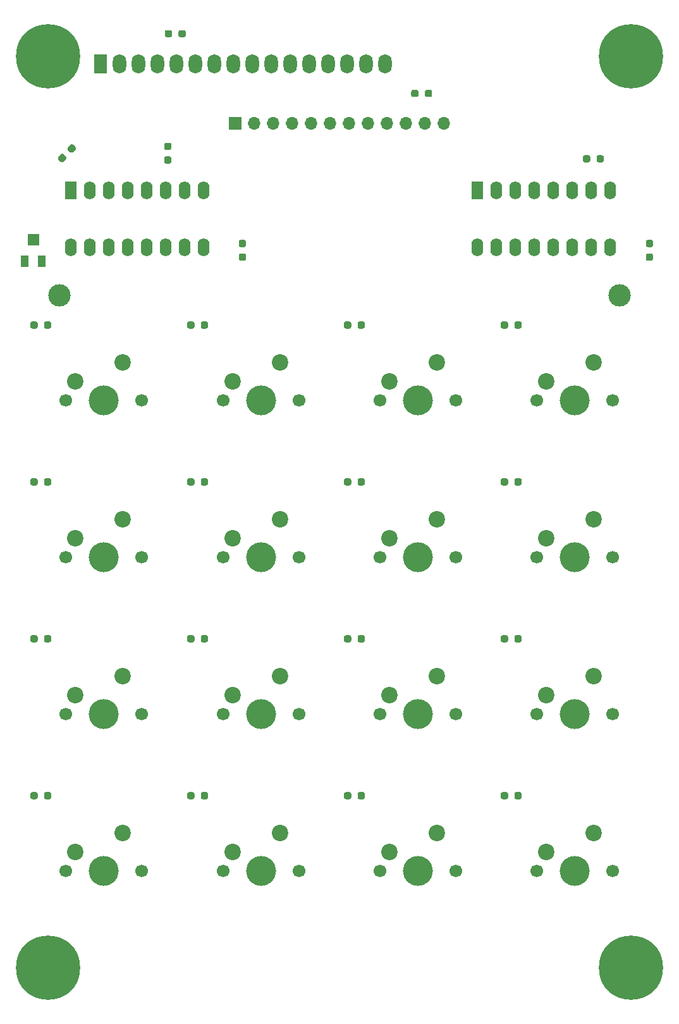
<source format=gbs>
G04 #@! TF.GenerationSoftware,KiCad,Pcbnew,5.1.9+dfsg1-1*
G04 #@! TF.CreationDate,2022-06-11T23:02:00-07:00*
G04 #@! TF.ProjectId,keypad,6b657970-6164-42e6-9b69-6361645f7063,rev?*
G04 #@! TF.SameCoordinates,Original*
G04 #@! TF.FileFunction,Soldermask,Bot*
G04 #@! TF.FilePolarity,Negative*
%FSLAX46Y46*%
G04 Gerber Fmt 4.6, Leading zero omitted, Abs format (unit mm)*
G04 Created by KiCad (PCBNEW 5.1.9+dfsg1-1) date 2022-06-11 23:02:00*
%MOMM*%
%LPD*%
G01*
G04 APERTURE LIST*
%ADD10R,1.700000X1.700000*%
%ADD11O,1.700000X1.700000*%
%ADD12R,1.600000X1.600000*%
%ADD13R,1.100000X1.600000*%
%ADD14C,8.600000*%
%ADD15C,0.900000*%
%ADD16R,1.600000X2.400000*%
%ADD17O,1.600000X2.400000*%
%ADD18C,2.200000*%
%ADD19C,4.000000*%
%ADD20C,1.700000*%
%ADD21R,1.800000X2.600000*%
%ADD22O,1.800000X2.600000*%
%ADD23C,3.000000*%
G04 APERTURE END LIST*
D10*
G04 #@! TO.C,J1*
X134000000Y-44000000D03*
D11*
X136540000Y-44000000D03*
X139080000Y-44000000D03*
X141620000Y-44000000D03*
X144160000Y-44000000D03*
X146700000Y-44000000D03*
X149240000Y-44000000D03*
X151780000Y-44000000D03*
X154320000Y-44000000D03*
X156860000Y-44000000D03*
X159400000Y-44000000D03*
X161940000Y-44000000D03*
G04 #@! TD*
D12*
G04 #@! TO.C,RV1*
X107000000Y-59550000D03*
D13*
X108150000Y-62450000D03*
X105850000Y-62450000D03*
G04 #@! TD*
D14*
G04 #@! TO.C,H1*
X187000000Y-157000000D03*
D15*
X190225000Y-157000000D03*
X189280419Y-159280419D03*
X187000000Y-160225000D03*
X184719581Y-159280419D03*
X183775000Y-157000000D03*
X184719581Y-154719581D03*
X187000000Y-153775000D03*
X189280419Y-154719581D03*
G04 #@! TD*
G04 #@! TO.C,H2*
X111280419Y-154719581D03*
X109000000Y-153775000D03*
X106719581Y-154719581D03*
X105775000Y-157000000D03*
X106719581Y-159280419D03*
X109000000Y-160225000D03*
X111280419Y-159280419D03*
X112225000Y-157000000D03*
D14*
X109000000Y-157000000D03*
G04 #@! TD*
D16*
G04 #@! TO.C,U2*
X112000000Y-53000000D03*
D17*
X129780000Y-60620000D03*
X114540000Y-53000000D03*
X127240000Y-60620000D03*
X117080000Y-53000000D03*
X124700000Y-60620000D03*
X119620000Y-53000000D03*
X122160000Y-60620000D03*
X122160000Y-53000000D03*
X119620000Y-60620000D03*
X124700000Y-53000000D03*
X117080000Y-60620000D03*
X127240000Y-53000000D03*
X114540000Y-60620000D03*
X129780000Y-53000000D03*
X112000000Y-60620000D03*
G04 #@! TD*
G04 #@! TO.C,U3*
X166500000Y-60620000D03*
X184280000Y-53000000D03*
X169040000Y-60620000D03*
X181740000Y-53000000D03*
X171580000Y-60620000D03*
X179200000Y-53000000D03*
X174120000Y-60620000D03*
X176660000Y-53000000D03*
X176660000Y-60620000D03*
X174120000Y-53000000D03*
X179200000Y-60620000D03*
X171580000Y-53000000D03*
X181740000Y-60620000D03*
X169040000Y-53000000D03*
X184280000Y-60620000D03*
D16*
X166500000Y-53000000D03*
G04 #@! TD*
D15*
G04 #@! TO.C,H3*
X189280419Y-32719581D03*
X187000000Y-31775000D03*
X184719581Y-32719581D03*
X183775000Y-35000000D03*
X184719581Y-37280419D03*
X187000000Y-38225000D03*
X189280419Y-37280419D03*
X190225000Y-35000000D03*
D14*
X187000000Y-35000000D03*
G04 #@! TD*
G04 #@! TO.C,H4*
X109000000Y-35000000D03*
D15*
X112225000Y-35000000D03*
X111280419Y-37280419D03*
X109000000Y-38225000D03*
X106719581Y-37280419D03*
X105775000Y-35000000D03*
X106719581Y-32719581D03*
X109000000Y-31775000D03*
X111280419Y-32719581D03*
G04 #@! TD*
G04 #@! TO.C,R1*
G36*
G01*
X108425000Y-71237500D02*
X108425000Y-70762500D01*
G75*
G02*
X108662500Y-70525000I237500J0D01*
G01*
X109162500Y-70525000D01*
G75*
G02*
X109400000Y-70762500I0J-237500D01*
G01*
X109400000Y-71237500D01*
G75*
G02*
X109162500Y-71475000I-237500J0D01*
G01*
X108662500Y-71475000D01*
G75*
G02*
X108425000Y-71237500I0J237500D01*
G01*
G37*
G36*
G01*
X106600000Y-71237500D02*
X106600000Y-70762500D01*
G75*
G02*
X106837500Y-70525000I237500J0D01*
G01*
X107337500Y-70525000D01*
G75*
G02*
X107575000Y-70762500I0J-237500D01*
G01*
X107575000Y-71237500D01*
G75*
G02*
X107337500Y-71475000I-237500J0D01*
G01*
X106837500Y-71475000D01*
G75*
G02*
X106600000Y-71237500I0J237500D01*
G01*
G37*
G04 #@! TD*
G04 #@! TO.C,R2*
G36*
G01*
X106600000Y-113237500D02*
X106600000Y-112762500D01*
G75*
G02*
X106837500Y-112525000I237500J0D01*
G01*
X107337500Y-112525000D01*
G75*
G02*
X107575000Y-112762500I0J-237500D01*
G01*
X107575000Y-113237500D01*
G75*
G02*
X107337500Y-113475000I-237500J0D01*
G01*
X106837500Y-113475000D01*
G75*
G02*
X106600000Y-113237500I0J237500D01*
G01*
G37*
G36*
G01*
X108425000Y-113237500D02*
X108425000Y-112762500D01*
G75*
G02*
X108662500Y-112525000I237500J0D01*
G01*
X109162500Y-112525000D01*
G75*
G02*
X109400000Y-112762500I0J-237500D01*
G01*
X109400000Y-113237500D01*
G75*
G02*
X109162500Y-113475000I-237500J0D01*
G01*
X108662500Y-113475000D01*
G75*
G02*
X108425000Y-113237500I0J237500D01*
G01*
G37*
G04 #@! TD*
G04 #@! TO.C,R3*
G36*
G01*
X148600000Y-71237500D02*
X148600000Y-70762500D01*
G75*
G02*
X148837500Y-70525000I237500J0D01*
G01*
X149337500Y-70525000D01*
G75*
G02*
X149575000Y-70762500I0J-237500D01*
G01*
X149575000Y-71237500D01*
G75*
G02*
X149337500Y-71475000I-237500J0D01*
G01*
X148837500Y-71475000D01*
G75*
G02*
X148600000Y-71237500I0J237500D01*
G01*
G37*
G36*
G01*
X150425000Y-71237500D02*
X150425000Y-70762500D01*
G75*
G02*
X150662500Y-70525000I237500J0D01*
G01*
X151162500Y-70525000D01*
G75*
G02*
X151400000Y-70762500I0J-237500D01*
G01*
X151400000Y-71237500D01*
G75*
G02*
X151162500Y-71475000I-237500J0D01*
G01*
X150662500Y-71475000D01*
G75*
G02*
X150425000Y-71237500I0J237500D01*
G01*
G37*
G04 #@! TD*
G04 #@! TO.C,R4*
G36*
G01*
X148600000Y-113237500D02*
X148600000Y-112762500D01*
G75*
G02*
X148837500Y-112525000I237500J0D01*
G01*
X149337500Y-112525000D01*
G75*
G02*
X149575000Y-112762500I0J-237500D01*
G01*
X149575000Y-113237500D01*
G75*
G02*
X149337500Y-113475000I-237500J0D01*
G01*
X148837500Y-113475000D01*
G75*
G02*
X148600000Y-113237500I0J237500D01*
G01*
G37*
G36*
G01*
X150425000Y-113237500D02*
X150425000Y-112762500D01*
G75*
G02*
X150662500Y-112525000I237500J0D01*
G01*
X151162500Y-112525000D01*
G75*
G02*
X151400000Y-112762500I0J-237500D01*
G01*
X151400000Y-113237500D01*
G75*
G02*
X151162500Y-113475000I-237500J0D01*
G01*
X150662500Y-113475000D01*
G75*
G02*
X150425000Y-113237500I0J237500D01*
G01*
G37*
G04 #@! TD*
G04 #@! TO.C,R5*
G36*
G01*
X127600000Y-71237500D02*
X127600000Y-70762500D01*
G75*
G02*
X127837500Y-70525000I237500J0D01*
G01*
X128337500Y-70525000D01*
G75*
G02*
X128575000Y-70762500I0J-237500D01*
G01*
X128575000Y-71237500D01*
G75*
G02*
X128337500Y-71475000I-237500J0D01*
G01*
X127837500Y-71475000D01*
G75*
G02*
X127600000Y-71237500I0J237500D01*
G01*
G37*
G36*
G01*
X129425000Y-71237500D02*
X129425000Y-70762500D01*
G75*
G02*
X129662500Y-70525000I237500J0D01*
G01*
X130162500Y-70525000D01*
G75*
G02*
X130400000Y-70762500I0J-237500D01*
G01*
X130400000Y-71237500D01*
G75*
G02*
X130162500Y-71475000I-237500J0D01*
G01*
X129662500Y-71475000D01*
G75*
G02*
X129425000Y-71237500I0J237500D01*
G01*
G37*
G04 #@! TD*
G04 #@! TO.C,R6*
G36*
G01*
X129425000Y-113237500D02*
X129425000Y-112762500D01*
G75*
G02*
X129662500Y-112525000I237500J0D01*
G01*
X130162500Y-112525000D01*
G75*
G02*
X130400000Y-112762500I0J-237500D01*
G01*
X130400000Y-113237500D01*
G75*
G02*
X130162500Y-113475000I-237500J0D01*
G01*
X129662500Y-113475000D01*
G75*
G02*
X129425000Y-113237500I0J237500D01*
G01*
G37*
G36*
G01*
X127600000Y-113237500D02*
X127600000Y-112762500D01*
G75*
G02*
X127837500Y-112525000I237500J0D01*
G01*
X128337500Y-112525000D01*
G75*
G02*
X128575000Y-112762500I0J-237500D01*
G01*
X128575000Y-113237500D01*
G75*
G02*
X128337500Y-113475000I-237500J0D01*
G01*
X127837500Y-113475000D01*
G75*
G02*
X127600000Y-113237500I0J237500D01*
G01*
G37*
G04 #@! TD*
G04 #@! TO.C,R7*
G36*
G01*
X169600000Y-71237500D02*
X169600000Y-70762500D01*
G75*
G02*
X169837500Y-70525000I237500J0D01*
G01*
X170337500Y-70525000D01*
G75*
G02*
X170575000Y-70762500I0J-237500D01*
G01*
X170575000Y-71237500D01*
G75*
G02*
X170337500Y-71475000I-237500J0D01*
G01*
X169837500Y-71475000D01*
G75*
G02*
X169600000Y-71237500I0J237500D01*
G01*
G37*
G36*
G01*
X171425000Y-71237500D02*
X171425000Y-70762500D01*
G75*
G02*
X171662500Y-70525000I237500J0D01*
G01*
X172162500Y-70525000D01*
G75*
G02*
X172400000Y-70762500I0J-237500D01*
G01*
X172400000Y-71237500D01*
G75*
G02*
X172162500Y-71475000I-237500J0D01*
G01*
X171662500Y-71475000D01*
G75*
G02*
X171425000Y-71237500I0J237500D01*
G01*
G37*
G04 #@! TD*
G04 #@! TO.C,R8*
G36*
G01*
X171425000Y-113237500D02*
X171425000Y-112762500D01*
G75*
G02*
X171662500Y-112525000I237500J0D01*
G01*
X172162500Y-112525000D01*
G75*
G02*
X172400000Y-112762500I0J-237500D01*
G01*
X172400000Y-113237500D01*
G75*
G02*
X172162500Y-113475000I-237500J0D01*
G01*
X171662500Y-113475000D01*
G75*
G02*
X171425000Y-113237500I0J237500D01*
G01*
G37*
G36*
G01*
X169600000Y-113237500D02*
X169600000Y-112762500D01*
G75*
G02*
X169837500Y-112525000I237500J0D01*
G01*
X170337500Y-112525000D01*
G75*
G02*
X170575000Y-112762500I0J-237500D01*
G01*
X170575000Y-113237500D01*
G75*
G02*
X170337500Y-113475000I-237500J0D01*
G01*
X169837500Y-113475000D01*
G75*
G02*
X169600000Y-113237500I0J237500D01*
G01*
G37*
G04 #@! TD*
G04 #@! TO.C,R9*
G36*
G01*
X108425000Y-92237500D02*
X108425000Y-91762500D01*
G75*
G02*
X108662500Y-91525000I237500J0D01*
G01*
X109162500Y-91525000D01*
G75*
G02*
X109400000Y-91762500I0J-237500D01*
G01*
X109400000Y-92237500D01*
G75*
G02*
X109162500Y-92475000I-237500J0D01*
G01*
X108662500Y-92475000D01*
G75*
G02*
X108425000Y-92237500I0J237500D01*
G01*
G37*
G36*
G01*
X106600000Y-92237500D02*
X106600000Y-91762500D01*
G75*
G02*
X106837500Y-91525000I237500J0D01*
G01*
X107337500Y-91525000D01*
G75*
G02*
X107575000Y-91762500I0J-237500D01*
G01*
X107575000Y-92237500D01*
G75*
G02*
X107337500Y-92475000I-237500J0D01*
G01*
X106837500Y-92475000D01*
G75*
G02*
X106600000Y-92237500I0J237500D01*
G01*
G37*
G04 #@! TD*
G04 #@! TO.C,R10*
G36*
G01*
X106600000Y-134237500D02*
X106600000Y-133762500D01*
G75*
G02*
X106837500Y-133525000I237500J0D01*
G01*
X107337500Y-133525000D01*
G75*
G02*
X107575000Y-133762500I0J-237500D01*
G01*
X107575000Y-134237500D01*
G75*
G02*
X107337500Y-134475000I-237500J0D01*
G01*
X106837500Y-134475000D01*
G75*
G02*
X106600000Y-134237500I0J237500D01*
G01*
G37*
G36*
G01*
X108425000Y-134237500D02*
X108425000Y-133762500D01*
G75*
G02*
X108662500Y-133525000I237500J0D01*
G01*
X109162500Y-133525000D01*
G75*
G02*
X109400000Y-133762500I0J-237500D01*
G01*
X109400000Y-134237500D01*
G75*
G02*
X109162500Y-134475000I-237500J0D01*
G01*
X108662500Y-134475000D01*
G75*
G02*
X108425000Y-134237500I0J237500D01*
G01*
G37*
G04 #@! TD*
G04 #@! TO.C,R11*
G36*
G01*
X150425000Y-92237500D02*
X150425000Y-91762500D01*
G75*
G02*
X150662500Y-91525000I237500J0D01*
G01*
X151162500Y-91525000D01*
G75*
G02*
X151400000Y-91762500I0J-237500D01*
G01*
X151400000Y-92237500D01*
G75*
G02*
X151162500Y-92475000I-237500J0D01*
G01*
X150662500Y-92475000D01*
G75*
G02*
X150425000Y-92237500I0J237500D01*
G01*
G37*
G36*
G01*
X148600000Y-92237500D02*
X148600000Y-91762500D01*
G75*
G02*
X148837500Y-91525000I237500J0D01*
G01*
X149337500Y-91525000D01*
G75*
G02*
X149575000Y-91762500I0J-237500D01*
G01*
X149575000Y-92237500D01*
G75*
G02*
X149337500Y-92475000I-237500J0D01*
G01*
X148837500Y-92475000D01*
G75*
G02*
X148600000Y-92237500I0J237500D01*
G01*
G37*
G04 #@! TD*
G04 #@! TO.C,R12*
G36*
G01*
X148600000Y-134237500D02*
X148600000Y-133762500D01*
G75*
G02*
X148837500Y-133525000I237500J0D01*
G01*
X149337500Y-133525000D01*
G75*
G02*
X149575000Y-133762500I0J-237500D01*
G01*
X149575000Y-134237500D01*
G75*
G02*
X149337500Y-134475000I-237500J0D01*
G01*
X148837500Y-134475000D01*
G75*
G02*
X148600000Y-134237500I0J237500D01*
G01*
G37*
G36*
G01*
X150425000Y-134237500D02*
X150425000Y-133762500D01*
G75*
G02*
X150662500Y-133525000I237500J0D01*
G01*
X151162500Y-133525000D01*
G75*
G02*
X151400000Y-133762500I0J-237500D01*
G01*
X151400000Y-134237500D01*
G75*
G02*
X151162500Y-134475000I-237500J0D01*
G01*
X150662500Y-134475000D01*
G75*
G02*
X150425000Y-134237500I0J237500D01*
G01*
G37*
G04 #@! TD*
G04 #@! TO.C,R13*
G36*
G01*
X127600000Y-92237500D02*
X127600000Y-91762500D01*
G75*
G02*
X127837500Y-91525000I237500J0D01*
G01*
X128337500Y-91525000D01*
G75*
G02*
X128575000Y-91762500I0J-237500D01*
G01*
X128575000Y-92237500D01*
G75*
G02*
X128337500Y-92475000I-237500J0D01*
G01*
X127837500Y-92475000D01*
G75*
G02*
X127600000Y-92237500I0J237500D01*
G01*
G37*
G36*
G01*
X129425000Y-92237500D02*
X129425000Y-91762500D01*
G75*
G02*
X129662500Y-91525000I237500J0D01*
G01*
X130162500Y-91525000D01*
G75*
G02*
X130400000Y-91762500I0J-237500D01*
G01*
X130400000Y-92237500D01*
G75*
G02*
X130162500Y-92475000I-237500J0D01*
G01*
X129662500Y-92475000D01*
G75*
G02*
X129425000Y-92237500I0J237500D01*
G01*
G37*
G04 #@! TD*
G04 #@! TO.C,R14*
G36*
G01*
X129425000Y-134237500D02*
X129425000Y-133762500D01*
G75*
G02*
X129662500Y-133525000I237500J0D01*
G01*
X130162500Y-133525000D01*
G75*
G02*
X130400000Y-133762500I0J-237500D01*
G01*
X130400000Y-134237500D01*
G75*
G02*
X130162500Y-134475000I-237500J0D01*
G01*
X129662500Y-134475000D01*
G75*
G02*
X129425000Y-134237500I0J237500D01*
G01*
G37*
G36*
G01*
X127600000Y-134237500D02*
X127600000Y-133762500D01*
G75*
G02*
X127837500Y-133525000I237500J0D01*
G01*
X128337500Y-133525000D01*
G75*
G02*
X128575000Y-133762500I0J-237500D01*
G01*
X128575000Y-134237500D01*
G75*
G02*
X128337500Y-134475000I-237500J0D01*
G01*
X127837500Y-134475000D01*
G75*
G02*
X127600000Y-134237500I0J237500D01*
G01*
G37*
G04 #@! TD*
G04 #@! TO.C,R15*
G36*
G01*
X169600000Y-92237500D02*
X169600000Y-91762500D01*
G75*
G02*
X169837500Y-91525000I237500J0D01*
G01*
X170337500Y-91525000D01*
G75*
G02*
X170575000Y-91762500I0J-237500D01*
G01*
X170575000Y-92237500D01*
G75*
G02*
X170337500Y-92475000I-237500J0D01*
G01*
X169837500Y-92475000D01*
G75*
G02*
X169600000Y-92237500I0J237500D01*
G01*
G37*
G36*
G01*
X171425000Y-92237500D02*
X171425000Y-91762500D01*
G75*
G02*
X171662500Y-91525000I237500J0D01*
G01*
X172162500Y-91525000D01*
G75*
G02*
X172400000Y-91762500I0J-237500D01*
G01*
X172400000Y-92237500D01*
G75*
G02*
X172162500Y-92475000I-237500J0D01*
G01*
X171662500Y-92475000D01*
G75*
G02*
X171425000Y-92237500I0J237500D01*
G01*
G37*
G04 #@! TD*
G04 #@! TO.C,R16*
G36*
G01*
X171425000Y-134237500D02*
X171425000Y-133762500D01*
G75*
G02*
X171662500Y-133525000I237500J0D01*
G01*
X172162500Y-133525000D01*
G75*
G02*
X172400000Y-133762500I0J-237500D01*
G01*
X172400000Y-134237500D01*
G75*
G02*
X172162500Y-134475000I-237500J0D01*
G01*
X171662500Y-134475000D01*
G75*
G02*
X171425000Y-134237500I0J237500D01*
G01*
G37*
G36*
G01*
X169600000Y-134237500D02*
X169600000Y-133762500D01*
G75*
G02*
X169837500Y-133525000I237500J0D01*
G01*
X170337500Y-133525000D01*
G75*
G02*
X170575000Y-133762500I0J-237500D01*
G01*
X170575000Y-134237500D01*
G75*
G02*
X170337500Y-134475000I-237500J0D01*
G01*
X169837500Y-134475000D01*
G75*
G02*
X169600000Y-134237500I0J237500D01*
G01*
G37*
G04 #@! TD*
G04 #@! TO.C,R17*
G36*
G01*
X124600000Y-32237500D02*
X124600000Y-31762500D01*
G75*
G02*
X124837500Y-31525000I237500J0D01*
G01*
X125337500Y-31525000D01*
G75*
G02*
X125575000Y-31762500I0J-237500D01*
G01*
X125575000Y-32237500D01*
G75*
G02*
X125337500Y-32475000I-237500J0D01*
G01*
X124837500Y-32475000D01*
G75*
G02*
X124600000Y-32237500I0J237500D01*
G01*
G37*
G36*
G01*
X126425000Y-32237500D02*
X126425000Y-31762500D01*
G75*
G02*
X126662500Y-31525000I237500J0D01*
G01*
X127162500Y-31525000D01*
G75*
G02*
X127400000Y-31762500I0J-237500D01*
G01*
X127400000Y-32237500D01*
G75*
G02*
X127162500Y-32475000I-237500J0D01*
G01*
X126662500Y-32475000D01*
G75*
G02*
X126425000Y-32237500I0J237500D01*
G01*
G37*
G04 #@! TD*
G04 #@! TO.C,R18*
G36*
G01*
X111968458Y-47867418D02*
X111632582Y-47531542D01*
G75*
G02*
X111632582Y-47195666I167938J167938D01*
G01*
X111986136Y-46842112D01*
G75*
G02*
X112322012Y-46842112I167938J-167938D01*
G01*
X112657888Y-47177988D01*
G75*
G02*
X112657888Y-47513864I-167938J-167938D01*
G01*
X112304334Y-47867418D01*
G75*
G02*
X111968458Y-47867418I-167938J167938D01*
G01*
G37*
G36*
G01*
X110677988Y-49157888D02*
X110342112Y-48822012D01*
G75*
G02*
X110342112Y-48486136I167938J167938D01*
G01*
X110695666Y-48132582D01*
G75*
G02*
X111031542Y-48132582I167938J-167938D01*
G01*
X111367418Y-48468458D01*
G75*
G02*
X111367418Y-48804334I-167938J-167938D01*
G01*
X111013864Y-49157888D01*
G75*
G02*
X110677988Y-49157888I-167938J167938D01*
G01*
G37*
G04 #@! TD*
G04 #@! TO.C,R19*
G36*
G01*
X125237500Y-49400000D02*
X124762500Y-49400000D01*
G75*
G02*
X124525000Y-49162500I0J237500D01*
G01*
X124525000Y-48662500D01*
G75*
G02*
X124762500Y-48425000I237500J0D01*
G01*
X125237500Y-48425000D01*
G75*
G02*
X125475000Y-48662500I0J-237500D01*
G01*
X125475000Y-49162500D01*
G75*
G02*
X125237500Y-49400000I-237500J0D01*
G01*
G37*
G36*
G01*
X125237500Y-47575000D02*
X124762500Y-47575000D01*
G75*
G02*
X124525000Y-47337500I0J237500D01*
G01*
X124525000Y-46837500D01*
G75*
G02*
X124762500Y-46600000I237500J0D01*
G01*
X125237500Y-46600000D01*
G75*
G02*
X125475000Y-46837500I0J-237500D01*
G01*
X125475000Y-47337500D01*
G75*
G02*
X125237500Y-47575000I-237500J0D01*
G01*
G37*
G04 #@! TD*
G04 #@! TO.C,R20*
G36*
G01*
X135237500Y-60575000D02*
X134762500Y-60575000D01*
G75*
G02*
X134525000Y-60337500I0J237500D01*
G01*
X134525000Y-59837500D01*
G75*
G02*
X134762500Y-59600000I237500J0D01*
G01*
X135237500Y-59600000D01*
G75*
G02*
X135475000Y-59837500I0J-237500D01*
G01*
X135475000Y-60337500D01*
G75*
G02*
X135237500Y-60575000I-237500J0D01*
G01*
G37*
G36*
G01*
X135237500Y-62400000D02*
X134762500Y-62400000D01*
G75*
G02*
X134525000Y-62162500I0J237500D01*
G01*
X134525000Y-61662500D01*
G75*
G02*
X134762500Y-61425000I237500J0D01*
G01*
X135237500Y-61425000D01*
G75*
G02*
X135475000Y-61662500I0J-237500D01*
G01*
X135475000Y-62162500D01*
G75*
G02*
X135237500Y-62400000I-237500J0D01*
G01*
G37*
G04 #@! TD*
G04 #@! TO.C,R21*
G36*
G01*
X180600000Y-48987500D02*
X180600000Y-48512500D01*
G75*
G02*
X180837500Y-48275000I237500J0D01*
G01*
X181337500Y-48275000D01*
G75*
G02*
X181575000Y-48512500I0J-237500D01*
G01*
X181575000Y-48987500D01*
G75*
G02*
X181337500Y-49225000I-237500J0D01*
G01*
X180837500Y-49225000D01*
G75*
G02*
X180600000Y-48987500I0J237500D01*
G01*
G37*
G36*
G01*
X182425000Y-48987500D02*
X182425000Y-48512500D01*
G75*
G02*
X182662500Y-48275000I237500J0D01*
G01*
X183162500Y-48275000D01*
G75*
G02*
X183400000Y-48512500I0J-237500D01*
G01*
X183400000Y-48987500D01*
G75*
G02*
X183162500Y-49225000I-237500J0D01*
G01*
X182662500Y-49225000D01*
G75*
G02*
X182425000Y-48987500I0J237500D01*
G01*
G37*
G04 #@! TD*
G04 #@! TO.C,R22*
G36*
G01*
X189737500Y-60575000D02*
X189262500Y-60575000D01*
G75*
G02*
X189025000Y-60337500I0J237500D01*
G01*
X189025000Y-59837500D01*
G75*
G02*
X189262500Y-59600000I237500J0D01*
G01*
X189737500Y-59600000D01*
G75*
G02*
X189975000Y-59837500I0J-237500D01*
G01*
X189975000Y-60337500D01*
G75*
G02*
X189737500Y-60575000I-237500J0D01*
G01*
G37*
G36*
G01*
X189737500Y-62400000D02*
X189262500Y-62400000D01*
G75*
G02*
X189025000Y-62162500I0J237500D01*
G01*
X189025000Y-61662500D01*
G75*
G02*
X189262500Y-61425000I237500J0D01*
G01*
X189737500Y-61425000D01*
G75*
G02*
X189975000Y-61662500I0J-237500D01*
G01*
X189975000Y-62162500D01*
G75*
G02*
X189737500Y-62400000I-237500J0D01*
G01*
G37*
G04 #@! TD*
G04 #@! TO.C,R23*
G36*
G01*
X158575000Y-39762500D02*
X158575000Y-40237500D01*
G75*
G02*
X158337500Y-40475000I-237500J0D01*
G01*
X157837500Y-40475000D01*
G75*
G02*
X157600000Y-40237500I0J237500D01*
G01*
X157600000Y-39762500D01*
G75*
G02*
X157837500Y-39525000I237500J0D01*
G01*
X158337500Y-39525000D01*
G75*
G02*
X158575000Y-39762500I0J-237500D01*
G01*
G37*
G36*
G01*
X160400000Y-39762500D02*
X160400000Y-40237500D01*
G75*
G02*
X160162500Y-40475000I-237500J0D01*
G01*
X159662500Y-40475000D01*
G75*
G02*
X159425000Y-40237500I0J237500D01*
G01*
X159425000Y-39762500D01*
G75*
G02*
X159662500Y-39525000I237500J0D01*
G01*
X160162500Y-39525000D01*
G75*
G02*
X160400000Y-39762500I0J-237500D01*
G01*
G37*
G04 #@! TD*
D18*
G04 #@! TO.C,SW_0*
X140000000Y-139000000D03*
X133650000Y-141540000D03*
D19*
X137460000Y-144080000D03*
D20*
X132380000Y-144080000D03*
X142540000Y-144080000D03*
G04 #@! TD*
G04 #@! TO.C,SW_1*
X121540000Y-81080000D03*
X111380000Y-81080000D03*
D19*
X116460000Y-81080000D03*
D18*
X112650000Y-78540000D03*
X119000000Y-76000000D03*
G04 #@! TD*
G04 #@! TO.C,SW_2*
X140000000Y-76000000D03*
X133650000Y-78540000D03*
D19*
X137460000Y-81080000D03*
D20*
X132380000Y-81080000D03*
X142540000Y-81080000D03*
G04 #@! TD*
D18*
G04 #@! TO.C,SW_3*
X161000000Y-76000000D03*
X154650000Y-78540000D03*
D19*
X158460000Y-81080000D03*
D20*
X153380000Y-81080000D03*
X163540000Y-81080000D03*
G04 #@! TD*
G04 #@! TO.C,SW_4*
X121540000Y-102080000D03*
X111380000Y-102080000D03*
D19*
X116460000Y-102080000D03*
D18*
X112650000Y-99540000D03*
X119000000Y-97000000D03*
G04 #@! TD*
G04 #@! TO.C,SW_5*
X140000000Y-97000000D03*
X133650000Y-99540000D03*
D19*
X137460000Y-102080000D03*
D20*
X132380000Y-102080000D03*
X142540000Y-102080000D03*
G04 #@! TD*
D18*
G04 #@! TO.C,SW_6*
X161000000Y-97000000D03*
X154650000Y-99540000D03*
D19*
X158460000Y-102080000D03*
D20*
X153380000Y-102080000D03*
X163540000Y-102080000D03*
G04 #@! TD*
G04 #@! TO.C,SW_7*
X121540000Y-123080000D03*
X111380000Y-123080000D03*
D19*
X116460000Y-123080000D03*
D18*
X112650000Y-120540000D03*
X119000000Y-118000000D03*
G04 #@! TD*
G04 #@! TO.C,SW_8*
X140000000Y-118000000D03*
X133650000Y-120540000D03*
D19*
X137460000Y-123080000D03*
D20*
X132380000Y-123080000D03*
X142540000Y-123080000D03*
G04 #@! TD*
D18*
G04 #@! TO.C,SW_9*
X161000000Y-118000000D03*
X154650000Y-120540000D03*
D19*
X158460000Y-123080000D03*
D20*
X153380000Y-123080000D03*
X163540000Y-123080000D03*
G04 #@! TD*
G04 #@! TO.C,SW_A1*
X184540000Y-81080000D03*
X174380000Y-81080000D03*
D19*
X179460000Y-81080000D03*
D18*
X175650000Y-78540000D03*
X182000000Y-76000000D03*
G04 #@! TD*
D20*
G04 #@! TO.C,SW_B1*
X184540000Y-102080000D03*
X174380000Y-102080000D03*
D19*
X179460000Y-102080000D03*
D18*
X175650000Y-99540000D03*
X182000000Y-97000000D03*
G04 #@! TD*
D20*
G04 #@! TO.C,SW_C1*
X184540000Y-123080000D03*
X174380000Y-123080000D03*
D19*
X179460000Y-123080000D03*
D18*
X175650000Y-120540000D03*
X182000000Y-118000000D03*
G04 #@! TD*
D20*
G04 #@! TO.C,SW_D1*
X184540000Y-144080000D03*
X174380000Y-144080000D03*
D19*
X179460000Y-144080000D03*
D18*
X175650000Y-141540000D03*
X182000000Y-139000000D03*
G04 #@! TD*
G04 #@! TO.C,SW_OCTO1*
X161000000Y-139000000D03*
X154650000Y-141540000D03*
D19*
X158460000Y-144080000D03*
D20*
X153380000Y-144080000D03*
X163540000Y-144080000D03*
G04 #@! TD*
G04 #@! TO.C,SW_STAR1*
X121540000Y-144080000D03*
X111380000Y-144080000D03*
D19*
X116460000Y-144080000D03*
D18*
X112650000Y-141540000D03*
X119000000Y-139000000D03*
G04 #@! TD*
D21*
G04 #@! TO.C,U1*
X116000000Y-36000000D03*
D22*
X118540000Y-36000000D03*
X121080000Y-36000000D03*
X123620000Y-36000000D03*
X126160000Y-36000000D03*
X128700000Y-36000000D03*
X131240000Y-36000000D03*
X133780000Y-36000000D03*
X136320000Y-36000000D03*
X138860000Y-36000000D03*
X141400000Y-36000000D03*
X143940000Y-36000000D03*
X146480000Y-36000000D03*
X149020000Y-36000000D03*
X151560000Y-36000000D03*
X154100000Y-36000000D03*
D23*
X110500900Y-67000700D03*
X185499480Y-67000700D03*
G04 #@! TD*
M02*

</source>
